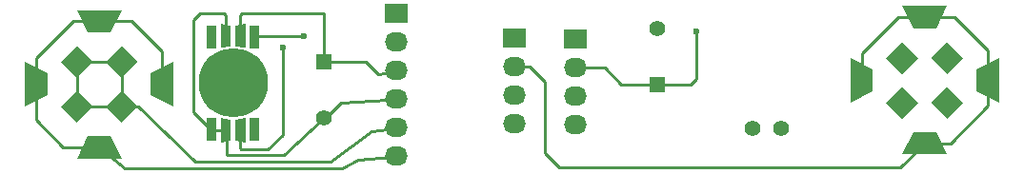
<source format=gbl>
G04 #@! TF.FileFunction,Copper,L2,Bot,Signal*
%FSLAX46Y46*%
G04 Gerber Fmt 4.6, Leading zero omitted, Abs format (unit mm)*
G04 Created by KiCad (PCBNEW 4.0.4-stable) date Monday, October 17, 2016 'PMt' 10:33:17 PM*
%MOMM*%
%LPD*%
G01*
G04 APERTURE LIST*
%ADD10C,0.100000*%
%ADD11C,1.397000*%
%ADD12R,1.400000X1.400000*%
%ADD13C,1.400000*%
%ADD14R,2.032000X1.727200*%
%ADD15O,2.032000X1.727200*%
%ADD16R,0.900000X2.000000*%
%ADD17C,6.160000*%
%ADD18C,0.600000*%
%ADD19C,0.250000*%
G04 APERTURE END LIST*
D10*
D11*
X151030000Y-124900000D03*
X153570000Y-124900000D03*
D12*
X113000000Y-119000000D03*
D13*
X113000000Y-124000000D03*
D14*
X119400000Y-114700000D03*
D15*
X119400000Y-117240000D03*
X119400000Y-119780000D03*
X119400000Y-122320000D03*
X119400000Y-124860000D03*
X119400000Y-127400000D03*
D14*
X129900000Y-116900000D03*
D15*
X129900000Y-119440000D03*
X129900000Y-121980000D03*
X129900000Y-124520000D03*
D12*
X142600000Y-121000000D03*
D13*
X142600000Y-116000000D03*
D14*
X135300000Y-117000000D03*
D15*
X135300000Y-119540000D03*
X135300000Y-122080000D03*
X135300000Y-124620000D03*
D16*
X106800000Y-125000000D03*
D10*
G36*
X106000000Y-126175000D02*
X105100000Y-126025000D01*
X105100000Y-124175000D01*
X106000000Y-124025000D01*
X106000000Y-126175000D01*
X106000000Y-126175000D01*
G37*
D16*
X103000000Y-125000000D03*
D10*
G36*
X104700000Y-126025000D02*
X103800000Y-126175000D01*
X103800000Y-124025000D01*
X104700000Y-124175000D01*
X104700000Y-126025000D01*
X104700000Y-126025000D01*
G37*
D16*
X106800000Y-116800000D03*
X103000000Y-116800000D03*
D10*
G36*
X104700000Y-117625000D02*
X103800000Y-117775000D01*
X103800000Y-115625000D01*
X104700000Y-115775000D01*
X104700000Y-117625000D01*
X104700000Y-117625000D01*
G37*
D17*
X104900000Y-120900000D03*
D10*
G36*
X106000000Y-117775000D02*
X105100000Y-117625000D01*
X105100000Y-115775000D01*
X106000000Y-115625000D01*
X106000000Y-117775000D01*
X106000000Y-117775000D01*
G37*
G36*
X164370000Y-121235786D02*
X165784214Y-122650000D01*
X164370000Y-124064214D01*
X162955786Y-122650000D01*
X164370000Y-121235786D01*
X164370000Y-121235786D01*
G37*
G36*
X166955786Y-122650000D02*
X168370000Y-121235786D01*
X169784214Y-122650000D01*
X168370000Y-124064214D01*
X166955786Y-122650000D01*
X166955786Y-122650000D01*
G37*
G36*
X165784214Y-118650000D02*
X164370000Y-120064214D01*
X162955786Y-118650000D01*
X164370000Y-117235786D01*
X165784214Y-118650000D01*
X165784214Y-118650000D01*
G37*
G36*
X168370000Y-120064214D02*
X166955786Y-118650000D01*
X168370000Y-117235786D01*
X169784214Y-118650000D01*
X168370000Y-120064214D01*
X168370000Y-120064214D01*
G37*
G36*
X159770000Y-122650000D02*
X159770000Y-118650000D01*
X161770000Y-119650000D01*
X161770000Y-121650000D01*
X159770000Y-122650000D01*
X159770000Y-122650000D01*
G37*
G36*
X164370000Y-127250000D02*
X165370000Y-125250000D01*
X167370000Y-125250000D01*
X168370000Y-127250000D01*
X164370000Y-127250000D01*
X164370000Y-127250000D01*
G37*
G36*
X170970000Y-121650000D02*
X170970000Y-119650000D01*
X172970000Y-118650000D01*
X172970000Y-122650000D01*
X170970000Y-121650000D01*
X170970000Y-121650000D01*
G37*
G36*
X165370000Y-116050000D02*
X164370000Y-114050000D01*
X168370000Y-114050000D01*
X167370000Y-116050000D01*
X165370000Y-116050000D01*
X165370000Y-116050000D01*
G37*
G36*
X91000000Y-121585786D02*
X92414214Y-123000000D01*
X91000000Y-124414214D01*
X89585786Y-123000000D01*
X91000000Y-121585786D01*
X91000000Y-121585786D01*
G37*
G36*
X93585786Y-123000000D02*
X95000000Y-121585786D01*
X96414214Y-123000000D01*
X95000000Y-124414214D01*
X93585786Y-123000000D01*
X93585786Y-123000000D01*
G37*
G36*
X92414214Y-119000000D02*
X91000000Y-120414214D01*
X89585786Y-119000000D01*
X91000000Y-117585786D01*
X92414214Y-119000000D01*
X92414214Y-119000000D01*
G37*
G36*
X95000000Y-120414214D02*
X93585786Y-119000000D01*
X95000000Y-117585786D01*
X96414214Y-119000000D01*
X95000000Y-120414214D01*
X95000000Y-120414214D01*
G37*
G36*
X86400000Y-123000000D02*
X86400000Y-119000000D01*
X88400000Y-120000000D01*
X88400000Y-122000000D01*
X86400000Y-123000000D01*
X86400000Y-123000000D01*
G37*
G36*
X91000000Y-127600000D02*
X92000000Y-125600000D01*
X94000000Y-125600000D01*
X95000000Y-127600000D01*
X91000000Y-127600000D01*
X91000000Y-127600000D01*
G37*
G36*
X97600000Y-122000000D02*
X97600000Y-120000000D01*
X99600000Y-119000000D01*
X99600000Y-123000000D01*
X97600000Y-122000000D01*
X97600000Y-122000000D01*
G37*
G36*
X92000000Y-116400000D02*
X91000000Y-114400000D01*
X95000000Y-114400000D01*
X94000000Y-116400000D01*
X92000000Y-116400000D01*
X92000000Y-116400000D01*
G37*
D18*
X109300000Y-117700000D03*
X111200000Y-116700000D03*
X146100000Y-116300000D03*
D19*
X116700000Y-119000000D02*
X117800000Y-120100000D01*
X113000000Y-119000000D02*
X116700000Y-119000000D01*
X117800000Y-120100000D02*
X119980000Y-119800000D01*
X119980000Y-119800000D02*
X120000000Y-119780000D01*
X105550000Y-116700000D02*
X105550000Y-114850000D01*
X113000000Y-114700000D02*
X113000000Y-119000000D01*
X105700000Y-114700000D02*
X113000000Y-114700000D01*
X105550000Y-114850000D02*
X105700000Y-114700000D01*
X104250000Y-116700000D02*
X104250000Y-114850000D01*
X101400000Y-123500000D02*
X103000000Y-125100000D01*
X101400000Y-115300000D02*
X101400000Y-123500000D01*
X102000000Y-114700000D02*
X101400000Y-115300000D01*
X104100000Y-114700000D02*
X102000000Y-114700000D01*
X104250000Y-114850000D02*
X104100000Y-114700000D01*
X120000000Y-122320000D02*
X114520000Y-122620000D01*
X114520000Y-122620000D02*
X113140000Y-124000000D01*
X113140000Y-124000000D02*
X113000000Y-124000000D01*
X103000000Y-125100000D02*
X104250000Y-125100000D01*
X104250000Y-125100000D02*
X104300000Y-125150000D01*
X104300000Y-125150000D02*
X104300000Y-127300000D01*
X104300000Y-127300000D02*
X104600000Y-127300000D01*
X104600000Y-127300000D02*
X109400000Y-127300000D01*
X109400000Y-127300000D02*
X113000000Y-124000000D01*
X120000000Y-124860000D02*
X117240000Y-125160000D01*
X96500000Y-123000000D02*
X91000000Y-123000000D01*
X101500000Y-127900000D02*
X96500000Y-123000000D01*
X113600000Y-127900000D02*
X101500000Y-127900000D01*
X117240000Y-125160000D02*
X113600000Y-127900000D01*
X91000000Y-123000000D02*
X91000000Y-119000000D01*
X91000000Y-119000000D02*
X95000000Y-119000000D01*
X95000000Y-119000000D02*
X95000000Y-123000000D01*
X93000000Y-126600000D02*
X89800000Y-126600000D01*
X89800000Y-126600000D02*
X87400000Y-124200000D01*
X87400000Y-124200000D02*
X87400000Y-118700000D01*
X87400000Y-118700000D02*
X90700000Y-115400000D01*
X90700000Y-115400000D02*
X95900000Y-115400000D01*
X95900000Y-115400000D02*
X98600000Y-118100000D01*
X98600000Y-118100000D02*
X98600000Y-121000000D01*
X120000000Y-127400000D02*
X116000000Y-127700000D01*
X95300000Y-128500000D02*
X93000000Y-126600000D01*
X114600000Y-128500000D02*
X95300000Y-128500000D01*
X116000000Y-127700000D02*
X114600000Y-128500000D01*
X129900000Y-119440000D02*
X131240000Y-119440000D01*
X164220000Y-128400000D02*
X166370000Y-126250000D01*
X133900000Y-128400000D02*
X164220000Y-128400000D01*
X132600000Y-127100000D02*
X133900000Y-128400000D01*
X132600000Y-120800000D02*
X132600000Y-127100000D01*
X131240000Y-119440000D02*
X132600000Y-120800000D01*
X171970000Y-120650000D02*
X171970000Y-122930000D01*
X168650000Y-126250000D02*
X166370000Y-126250000D01*
X171970000Y-122930000D02*
X168650000Y-126250000D01*
X166370000Y-115050000D02*
X169050000Y-115050000D01*
X171970000Y-117970000D02*
X171970000Y-120650000D01*
X169050000Y-115050000D02*
X171970000Y-117970000D01*
X160770000Y-120650000D02*
X160770000Y-118270000D01*
X163990000Y-115050000D02*
X166370000Y-115050000D01*
X160770000Y-118270000D02*
X163990000Y-115050000D01*
X105550000Y-126750000D02*
X105600000Y-126800000D01*
X105600000Y-126800000D02*
X108000000Y-126800000D01*
X108000000Y-126800000D02*
X109300000Y-125500000D01*
X109300000Y-125500000D02*
X109300000Y-117700000D01*
X105550000Y-126750000D02*
X105550000Y-125100000D01*
X106800000Y-116700000D02*
X111200000Y-116700000D01*
X142600000Y-121000000D02*
X145600000Y-121000000D01*
X146100000Y-120500000D02*
X146100000Y-116300000D01*
X145600000Y-121000000D02*
X146100000Y-120500000D01*
X142600000Y-121000000D02*
X139400000Y-121000000D01*
X137940000Y-119540000D02*
X135300000Y-119540000D01*
X139400000Y-121000000D02*
X137940000Y-119540000D01*
M02*

</source>
